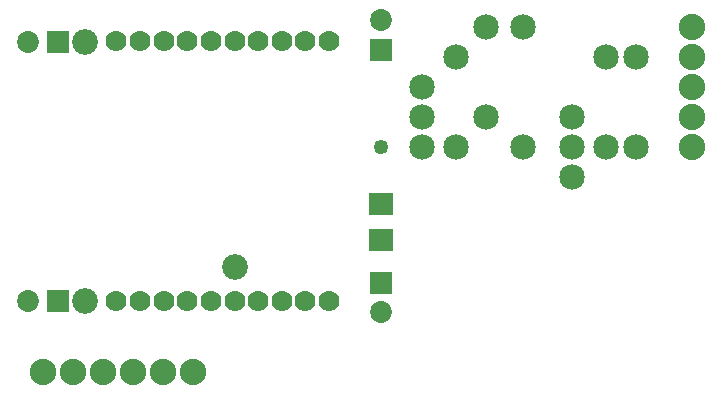
<source format=gbs>
G04 MADE WITH FRITZING*
G04 WWW.FRITZING.ORG*
G04 DOUBLE SIDED*
G04 HOLES PLATED*
G04 CONTOUR ON CENTER OF CONTOUR VECTOR*
%ASAXBY*%
%FSLAX23Y23*%
%MOIN*%
%OFA0B0*%
%SFA1.0B1.0*%
%ADD10C,0.088000*%
%ADD11C,0.085000*%
%ADD12C,0.049370*%
%ADD13C,0.072992*%
%ADD14C,0.070000*%
%ADD15C,0.085433*%
%ADD16R,0.072992X0.072992*%
%ADD17R,0.084803X0.072992*%
%LNMASK0*%
G90*
G70*
G54D10*
X2434Y1265D03*
X2434Y1165D03*
X2434Y1065D03*
X2434Y965D03*
X2434Y865D03*
G54D11*
X2034Y965D03*
X2034Y865D03*
X2034Y765D03*
X1534Y1065D03*
X1534Y965D03*
X1534Y865D03*
X1746Y965D03*
X1746Y1265D03*
X1646Y865D03*
X1646Y1165D03*
X2246Y865D03*
X2246Y1165D03*
X2146Y865D03*
X2146Y1165D03*
X1871Y865D03*
X1871Y1265D03*
G54D12*
X1396Y865D03*
G54D10*
X271Y115D03*
X371Y115D03*
X471Y115D03*
X571Y115D03*
X671Y115D03*
X771Y115D03*
G54D13*
X320Y1215D03*
X221Y1215D03*
X320Y352D03*
X221Y352D03*
X1396Y1191D03*
X1396Y1290D03*
X1396Y413D03*
X1396Y315D03*
G54D14*
X1224Y352D03*
X1145Y352D03*
X1066Y352D03*
X988Y352D03*
X909Y352D03*
X830Y352D03*
X751Y352D03*
X673Y352D03*
X594Y352D03*
X515Y352D03*
X1224Y1218D03*
X1145Y1218D03*
X1066Y1218D03*
X988Y1218D03*
X909Y1218D03*
X830Y1218D03*
X751Y1218D03*
X673Y1218D03*
X594Y1218D03*
X515Y1218D03*
G54D15*
X409Y1215D03*
X409Y352D03*
X909Y465D03*
G54D16*
X320Y1215D03*
X320Y352D03*
X1396Y1191D03*
X1396Y413D03*
G54D17*
X1396Y677D03*
X1396Y555D03*
G04 End of Mask0*
M02*
</source>
